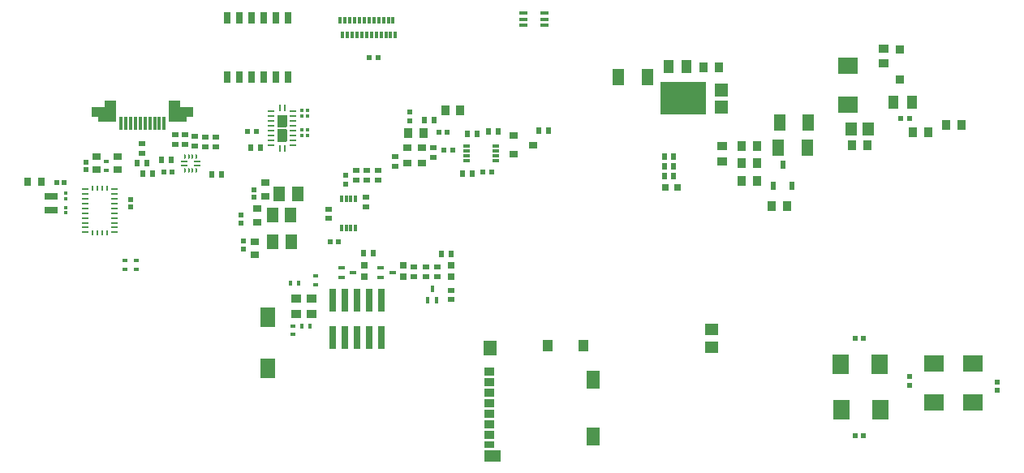
<source format=gbp>
G04*
G04 #@! TF.GenerationSoftware,Altium Limited,Altium Designer,20.0.13 (296)*
G04*
G04 Layer_Color=128*
%FSLAX44Y44*%
%MOMM*%
G71*
G01*
G75*
%ADD20R,0.6200X0.6200*%
%ADD21R,0.9000X1.0000*%
%ADD22R,0.6200X0.6200*%
%ADD23R,0.5500X0.6500*%
%ADD24R,0.5500X0.4500*%
%ADD25R,0.4500X0.5500*%
%ADD26R,0.7000X0.9000*%
%ADD27R,0.5200X0.5200*%
%ADD28R,0.9000X0.7000*%
%ADD29R,0.6500X0.5500*%
%ADD37R,1.3000X1.5000*%
%ADD40R,1.0000X0.9000*%
%ADD42R,0.3600X0.3200*%
%ADD43R,1.0500X1.4000*%
%ADD44R,1.7780X2.1590*%
%ADD47R,0.5200X0.5200*%
%ADD48R,0.8500X0.3500*%
%ADD55R,1.1500X1.4500*%
%ADD59R,2.1590X1.7780*%
%ADD62R,1.0000X1.0000*%
%ADD130R,0.3000X0.8000*%
%ADD131R,0.8000X0.3000*%
%ADD163R,0.3000X0.7500*%
%ADD164R,0.8500X0.6500*%
%ADD165R,0.9200X0.9800*%
%ADD166R,0.8000X0.8000*%
%ADD167R,0.8000X0.8000*%
%ADD168R,1.1500X1.8000*%
%ADD169R,0.9500X0.9000*%
%ADD170R,0.3200X0.3600*%
%ADD171R,0.6750X0.2500*%
%ADD172R,0.2500X0.5750*%
%ADD173R,1.4000X0.7500*%
%ADD174R,1.5000X2.0000*%
%ADD175R,0.7600X1.2500*%
%ADD176R,0.7600X2.4000*%
%ADD177R,1.4000X1.3900*%
%ADD178R,4.8600X3.3600*%
%ADD179R,1.4500X1.1500*%
%ADD180R,0.9000X0.8000*%
%ADD181R,0.7100X0.3000*%
%ADD182R,0.3000X0.7100*%
%ADD183R,0.3050X1.4050*%
%ADD184R,1.3500X1.5500*%
%ADD185R,1.8000X1.1700*%
%ADD186R,1.3500X1.9000*%
%ADD187R,1.0000X1.2000*%
%ADD188R,1.1000X0.8500*%
%ADD189R,1.1000X0.8750*%
%ADD190R,1.1000X0.7500*%
G04:AMPARAMS|DCode=191|XSize=0.55mm|YSize=0.8mm|CornerRadius=0.0495mm|HoleSize=0mm|Usage=FLASHONLY|Rotation=0.000|XOffset=0mm|YOffset=0mm|HoleType=Round|Shape=RoundedRectangle|*
%AMROUNDEDRECTD191*
21,1,0.5500,0.7010,0,0,0.0*
21,1,0.4510,0.8000,0,0,0.0*
1,1,0.0990,0.2255,-0.3505*
1,1,0.0990,-0.2255,-0.3505*
1,1,0.0990,-0.2255,0.3505*
1,1,0.0990,0.2255,0.3505*
%
%ADD191ROUNDEDRECTD191*%
G04:AMPARAMS|DCode=192|XSize=0.25mm|YSize=0.6mm|CornerRadius=0.025mm|HoleSize=0mm|Usage=FLASHONLY|Rotation=270.000|XOffset=0mm|YOffset=0mm|HoleType=Round|Shape=RoundedRectangle|*
%AMROUNDEDRECTD192*
21,1,0.2500,0.5500,0,0,270.0*
21,1,0.2000,0.6000,0,0,270.0*
1,1,0.0500,-0.2750,-0.1000*
1,1,0.0500,-0.2750,0.1000*
1,1,0.0500,0.2750,0.1000*
1,1,0.0500,0.2750,-0.1000*
%
%ADD192ROUNDEDRECTD192*%
G04:AMPARAMS|DCode=194|XSize=0.25mm|YSize=0.6mm|CornerRadius=0.025mm|HoleSize=0mm|Usage=FLASHONLY|Rotation=0.000|XOffset=0mm|YOffset=0mm|HoleType=Round|Shape=RoundedRectangle|*
%AMROUNDEDRECTD194*
21,1,0.2500,0.5500,0,0,0.0*
21,1,0.2000,0.6000,0,0,0.0*
1,1,0.0500,0.1000,-0.2750*
1,1,0.0500,-0.1000,-0.2750*
1,1,0.0500,-0.1000,0.2750*
1,1,0.0500,0.1000,0.2750*
%
%ADD194ROUNDEDRECTD194*%
G04:AMPARAMS|DCode=195|XSize=0.2mm|YSize=0.5mm|CornerRadius=0.05mm|HoleSize=0mm|Usage=FLASHONLY|Rotation=0.000|XOffset=0mm|YOffset=0mm|HoleType=Round|Shape=RoundedRectangle|*
%AMROUNDEDRECTD195*
21,1,0.2000,0.4000,0,0,0.0*
21,1,0.1000,0.5000,0,0,0.0*
1,1,0.1000,0.0500,-0.2000*
1,1,0.1000,-0.0500,-0.2000*
1,1,0.1000,-0.0500,0.2000*
1,1,0.1000,0.0500,0.2000*
%
%ADD195ROUNDEDRECTD195*%
G04:AMPARAMS|DCode=196|XSize=0.2mm|YSize=0.7mm|CornerRadius=0.05mm|HoleSize=0mm|Usage=FLASHONLY|Rotation=90.000|XOffset=0mm|YOffset=0mm|HoleType=Round|Shape=RoundedRectangle|*
%AMROUNDEDRECTD196*
21,1,0.2000,0.6000,0,0,90.0*
21,1,0.1000,0.7000,0,0,90.0*
1,1,0.1000,0.3000,0.0500*
1,1,0.1000,0.3000,-0.0500*
1,1,0.1000,-0.3000,-0.0500*
1,1,0.1000,-0.3000,0.0500*
%
%ADD196ROUNDEDRECTD196*%
%ADD198R,1.2500X2.3000*%
%ADD199R,2.6500X1.1000*%
%ADD200R,1.9500X1.6000*%
G36*
X276500Y345984D02*
Y345785D01*
X276652Y345418D01*
X276933Y345136D01*
X277301Y344984D01*
X277500D01*
D01*
X285500D01*
X285699D01*
X286066Y345136D01*
X286348Y345418D01*
X286500Y345785D01*
Y345984D01*
D01*
Y356984D01*
Y357183D01*
X286348Y357551D01*
X286066Y357832D01*
X285699Y357984D01*
X285500D01*
D01*
X277500D01*
X277301D01*
X276933Y357832D01*
X276652Y357551D01*
X276500Y357183D01*
Y356984D01*
D01*
Y345984D01*
D02*
G37*
G36*
X286500Y371984D02*
Y372183D01*
X286348Y372551D01*
X286066Y372832D01*
X285699Y372984D01*
X285500D01*
D01*
X277500D01*
X277301D01*
X276933Y372832D01*
X276652Y372551D01*
X276500Y372183D01*
Y371984D01*
D01*
Y360984D01*
Y360785D01*
X276652Y360418D01*
X276933Y360136D01*
X277301Y359984D01*
X277500D01*
D01*
X285500D01*
X285699D01*
X286066Y360136D01*
X286348Y360418D01*
X286500Y360785D01*
Y360984D01*
D01*
Y371984D01*
D02*
G37*
D20*
X381250Y432750D02*
D03*
X372250D02*
D03*
X444750Y354750D02*
D03*
X453750D02*
D03*
X936000Y369250D02*
D03*
X927000D02*
D03*
X331500Y240500D02*
D03*
X340500D02*
D03*
X879250Y140000D02*
D03*
X888250D02*
D03*
X879250Y38250D02*
D03*
X888250D02*
D03*
X254542Y355572D02*
D03*
X245542D02*
D03*
X166904Y313286D02*
D03*
X157904D02*
D03*
X491000Y313000D02*
D03*
X500000D02*
D03*
X450500Y335750D02*
D03*
X459500D02*
D03*
D21*
X467500Y377339D02*
D03*
X451500D02*
D03*
X792000Y277500D02*
D03*
X808000D02*
D03*
X777250Y340000D02*
D03*
X761250D02*
D03*
X776750Y304000D02*
D03*
X760750D02*
D03*
X876432Y340823D02*
D03*
X892432D02*
D03*
X777000Y322500D02*
D03*
X761000D02*
D03*
X990500Y362500D02*
D03*
X974500D02*
D03*
X955750Y354750D02*
D03*
X939750D02*
D03*
X737181Y422259D02*
D03*
X721181D02*
D03*
D22*
X414285Y375898D02*
D03*
Y366898D02*
D03*
X347752Y309553D02*
D03*
Y300553D02*
D03*
X1027470Y94409D02*
D03*
Y85409D02*
D03*
X936290Y100000D02*
D03*
Y91000D02*
D03*
D23*
X429933Y367495D02*
D03*
X439933D02*
D03*
X680250Y319250D02*
D03*
X690250D02*
D03*
X680250Y329250D02*
D03*
X690250D02*
D03*
X680250Y309250D02*
D03*
X690250D02*
D03*
X376250Y228250D02*
D03*
X366250D02*
D03*
X447500Y227500D02*
D03*
X457500D02*
D03*
X136250Y311500D02*
D03*
X146250D02*
D03*
X155786Y325716D02*
D03*
X165786D02*
D03*
X258750Y339000D02*
D03*
X248750D02*
D03*
X207837Y311107D02*
D03*
X217837D02*
D03*
X140500Y322250D02*
D03*
X130500D02*
D03*
X559500Y356750D02*
D03*
X549500D02*
D03*
X497000Y355500D02*
D03*
X507000D02*
D03*
X485000Y352750D02*
D03*
X475000D02*
D03*
X469500Y311750D02*
D03*
X479500D02*
D03*
D24*
X292955Y143679D02*
D03*
Y152679D02*
D03*
X117750Y221000D02*
D03*
Y212000D02*
D03*
X129750Y221000D02*
D03*
Y212000D02*
D03*
X98250Y324000D02*
D03*
Y315000D02*
D03*
X316250Y205000D02*
D03*
Y196000D02*
D03*
D25*
X301811Y152179D02*
D03*
X310811D02*
D03*
X290000Y197250D02*
D03*
X299000D02*
D03*
D26*
X30059Y303023D02*
D03*
X16059D02*
D03*
D27*
X76528Y323500D02*
D03*
Y315500D02*
D03*
X123819Y284661D02*
D03*
Y276661D02*
D03*
X241000Y241286D02*
D03*
Y233286D02*
D03*
X238419Y268286D02*
D03*
Y260286D02*
D03*
X251750Y287062D02*
D03*
Y295062D02*
D03*
D28*
X87500Y315500D02*
D03*
Y329500D02*
D03*
X110000Y329500D02*
D03*
Y315500D02*
D03*
X263880Y288050D02*
D03*
Y302050D02*
D03*
X253000Y226786D02*
D03*
Y240786D02*
D03*
X255500Y260786D02*
D03*
Y274786D02*
D03*
D29*
X399274Y329174D02*
D03*
Y319174D02*
D03*
X431500Y214500D02*
D03*
Y204500D02*
D03*
X443500Y204500D02*
D03*
Y214500D02*
D03*
X201641Y339898D02*
D03*
Y349898D02*
D03*
X190577Y340516D02*
D03*
Y350516D02*
D03*
X370141Y314750D02*
D03*
Y304750D02*
D03*
X358750Y314750D02*
D03*
Y304750D02*
D03*
X369250Y277250D02*
D03*
Y287250D02*
D03*
X381750Y315250D02*
D03*
Y305250D02*
D03*
X330099Y264734D02*
D03*
Y274734D02*
D03*
X457500Y190000D02*
D03*
Y180000D02*
D03*
X419000Y214250D02*
D03*
Y204250D02*
D03*
X439250Y328500D02*
D03*
Y338500D02*
D03*
X180500Y352000D02*
D03*
Y342000D02*
D03*
X169750Y352250D02*
D03*
Y342250D02*
D03*
X135045Y332799D02*
D03*
Y342799D02*
D03*
X212641Y349898D02*
D03*
Y339898D02*
D03*
D37*
X297500Y290286D02*
D03*
X278500D02*
D03*
X291000Y240786D02*
D03*
X272000D02*
D03*
X290500Y268286D02*
D03*
X271500D02*
D03*
D40*
X312356Y165333D02*
D03*
Y181333D02*
D03*
X740250Y340250D02*
D03*
Y324250D02*
D03*
X908702Y426418D02*
D03*
Y442418D02*
D03*
X296108Y181417D02*
D03*
Y165417D02*
D03*
D42*
X307799Y357735D02*
D03*
X302199D02*
D03*
X307799Y351735D02*
D03*
X302199D02*
D03*
X307799Y377735D02*
D03*
X302199D02*
D03*
X307799Y371735D02*
D03*
X302199D02*
D03*
D43*
X938596Y386346D02*
D03*
X919596D02*
D03*
X703730Y423250D02*
D03*
X684730D02*
D03*
D44*
X864930Y65500D02*
D03*
X905570D02*
D03*
X863930Y112750D02*
D03*
X904570D02*
D03*
D47*
X46000Y302500D02*
D03*
X54000D02*
D03*
D48*
X555455Y479250D02*
D03*
Y472750D02*
D03*
Y466250D02*
D03*
X533455D02*
D03*
Y472750D02*
D03*
Y479250D02*
D03*
D55*
X893432Y358323D02*
D03*
X875432D02*
D03*
D59*
X872230Y383930D02*
D03*
Y424570D02*
D03*
X962000Y72680D02*
D03*
Y113320D02*
D03*
X1002000D02*
D03*
Y72680D02*
D03*
D62*
X98925Y373865D02*
D03*
X173075Y373945D02*
D03*
D130*
X343230Y285750D02*
D03*
X348230D02*
D03*
X353230D02*
D03*
X358230D02*
D03*
X343230Y254750D02*
D03*
X348230D02*
D03*
X353230D02*
D03*
X358230D02*
D03*
D131*
X473750Y325250D02*
D03*
Y330250D02*
D03*
Y335250D02*
D03*
Y340250D02*
D03*
X504750Y325250D02*
D03*
Y330250D02*
D03*
Y335250D02*
D03*
Y340250D02*
D03*
D163*
X399747Y456222D02*
D03*
X394747D02*
D03*
X389747D02*
D03*
X384747D02*
D03*
X379747D02*
D03*
X374747D02*
D03*
X369747D02*
D03*
X364747D02*
D03*
X359747D02*
D03*
X354747D02*
D03*
X349747D02*
D03*
X344747D02*
D03*
X342247Y471322D02*
D03*
X347247D02*
D03*
X352247D02*
D03*
X357247D02*
D03*
X362247D02*
D03*
X367247D02*
D03*
X372247D02*
D03*
X377247D02*
D03*
X382247D02*
D03*
X387247D02*
D03*
X392247D02*
D03*
X397247D02*
D03*
D164*
X427250Y339000D02*
D03*
X411750Y322500D02*
D03*
Y339000D02*
D03*
X427250Y322500D02*
D03*
D165*
X413100Y354250D02*
D03*
X428900D02*
D03*
D166*
X681250Y297500D02*
D03*
X693750D02*
D03*
D167*
X407500Y203750D02*
D03*
Y216250D02*
D03*
X367500D02*
D03*
Y203750D02*
D03*
X457500Y216250D02*
D03*
Y203750D02*
D03*
D168*
X662500Y412500D02*
D03*
X632500D02*
D03*
X830500Y365250D02*
D03*
X800500D02*
D03*
X829250Y339000D02*
D03*
X799250D02*
D03*
D169*
X925802Y441016D02*
D03*
X925802Y409516D02*
D03*
D170*
X55431Y276287D02*
D03*
Y270687D02*
D03*
Y285687D02*
D03*
Y291287D02*
D03*
D171*
X75625Y295375D02*
D03*
Y250375D02*
D03*
Y255375D02*
D03*
Y260375D02*
D03*
Y265375D02*
D03*
Y270375D02*
D03*
Y275375D02*
D03*
Y280375D02*
D03*
Y285375D02*
D03*
Y290375D02*
D03*
X106875Y295375D02*
D03*
Y290375D02*
D03*
Y285375D02*
D03*
Y280375D02*
D03*
Y275375D02*
D03*
Y270375D02*
D03*
Y265375D02*
D03*
Y260375D02*
D03*
Y255375D02*
D03*
Y250375D02*
D03*
D172*
X98750Y249750D02*
D03*
X93750D02*
D03*
X88750D02*
D03*
X83750D02*
D03*
Y296000D02*
D03*
X88750D02*
D03*
X93750D02*
D03*
X98750D02*
D03*
D173*
X40431Y288287D02*
D03*
Y273687D02*
D03*
D174*
X266723Y108000D02*
D03*
Y162000D02*
D03*
D175*
X224500Y474250D02*
D03*
X237200D02*
D03*
X249900D02*
D03*
X262600D02*
D03*
X275300D02*
D03*
X288000D02*
D03*
X224500Y412750D02*
D03*
X237200D02*
D03*
X249900D02*
D03*
X262600D02*
D03*
X275300D02*
D03*
X288000D02*
D03*
D176*
X384750Y140250D02*
D03*
X372050D02*
D03*
X359350D02*
D03*
X346650D02*
D03*
X333950D02*
D03*
X384750Y179250D02*
D03*
X372050D02*
D03*
X359350D02*
D03*
X346650D02*
D03*
X333950D02*
D03*
D177*
X739820Y399200D02*
D03*
Y380800D02*
D03*
D178*
X700000Y390000D02*
D03*
D179*
X729250Y148750D02*
D03*
Y130750D02*
D03*
D180*
X523250Y351000D02*
D03*
Y332000D02*
D03*
X543250Y341500D02*
D03*
D181*
X343300Y203250D02*
D03*
Y213250D02*
D03*
X355500Y208250D02*
D03*
X384350Y203409D02*
D03*
Y213409D02*
D03*
X396550Y208409D02*
D03*
D182*
X443000Y179150D02*
D03*
X433000D02*
D03*
X438000Y191350D02*
D03*
D183*
X113415Y364055D02*
D03*
D03*
X118415D02*
D03*
X123415D02*
D03*
X128415D02*
D03*
X133415D02*
D03*
X138415D02*
D03*
X143415D02*
D03*
X148415D02*
D03*
X153415D02*
D03*
X158415D02*
D03*
D184*
X498730Y130000D02*
D03*
D185*
X500980Y16800D02*
D03*
D186*
X605730Y96750D02*
D03*
Y37050D02*
D03*
D187*
X595980Y131750D02*
D03*
X558980D02*
D03*
D188*
X497480Y105400D02*
D03*
Y83400D02*
D03*
Y72400D02*
D03*
Y61400D02*
D03*
Y50400D02*
D03*
Y39400D02*
D03*
D189*
Y94400D02*
D03*
D190*
Y28900D02*
D03*
D191*
X813250Y299250D02*
D03*
X794250D02*
D03*
X803750Y321250D02*
D03*
D192*
X270000Y351484D02*
D03*
Y346484D02*
D03*
Y371484D02*
D03*
Y366484D02*
D03*
Y341484D02*
D03*
Y356484D02*
D03*
Y361484D02*
D03*
Y376484D02*
D03*
X293000Y371484D02*
D03*
Y376484D02*
D03*
Y351484D02*
D03*
Y356484D02*
D03*
Y361484D02*
D03*
Y366484D02*
D03*
Y341484D02*
D03*
Y346484D02*
D03*
D194*
X279000Y380484D02*
D03*
X284000D02*
D03*
Y337484D02*
D03*
X279000D02*
D03*
D195*
X180147Y314646D02*
D03*
X184146D02*
D03*
X188146D02*
D03*
X192146D02*
D03*
Y329646D02*
D03*
X188146D02*
D03*
X184146D02*
D03*
X180147D02*
D03*
D196*
X192647Y320147D02*
D03*
Y324147D02*
D03*
X179646D02*
D03*
Y320147D02*
D03*
D198*
X102668Y376556D02*
D03*
X169166Y376558D02*
D03*
D199*
X95665Y375555D02*
D03*
X176165Y375555D02*
D03*
D200*
X99165Y373055D02*
D03*
X172665Y373055D02*
D03*
M02*

</source>
